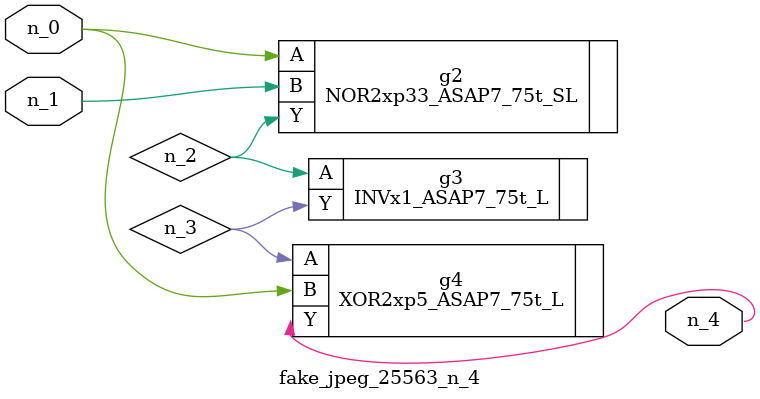
<source format=v>
module fake_jpeg_25563_n_4 (n_0, n_1, n_4);

input n_0;
input n_1;

output n_4;

wire n_2;
wire n_3;

NOR2xp33_ASAP7_75t_SL g2 ( 
.A(n_0),
.B(n_1),
.Y(n_2)
);

INVx1_ASAP7_75t_L g3 ( 
.A(n_2),
.Y(n_3)
);

XOR2xp5_ASAP7_75t_L g4 ( 
.A(n_3),
.B(n_0),
.Y(n_4)
);


endmodule
</source>
